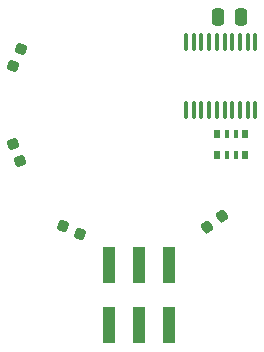
<source format=gbr>
G04 #@! TF.GenerationSoftware,KiCad,Pcbnew,9.0.2*
G04 #@! TF.CreationDate,2025-06-24T15:09:58-05:00*
G04 #@! TF.ProjectId,KokiriEmerald,4b6f6b69-7269-4456-9d65-72616c642e6b,rev?*
G04 #@! TF.SameCoordinates,Original*
G04 #@! TF.FileFunction,Paste,Bot*
G04 #@! TF.FilePolarity,Positive*
%FSLAX46Y46*%
G04 Gerber Fmt 4.6, Leading zero omitted, Abs format (unit mm)*
G04 Created by KiCad (PCBNEW 9.0.2) date 2025-06-24 15:09:58*
%MOMM*%
%LPD*%
G01*
G04 APERTURE LIST*
G04 Aperture macros list*
%AMRoundRect*
0 Rectangle with rounded corners*
0 $1 Rounding radius*
0 $2 $3 $4 $5 $6 $7 $8 $9 X,Y pos of 4 corners*
0 Add a 4 corners polygon primitive as box body*
4,1,4,$2,$3,$4,$5,$6,$7,$8,$9,$2,$3,0*
0 Add four circle primitives for the rounded corners*
1,1,$1+$1,$2,$3*
1,1,$1+$1,$4,$5*
1,1,$1+$1,$6,$7*
1,1,$1+$1,$8,$9*
0 Add four rect primitives between the rounded corners*
20,1,$1+$1,$2,$3,$4,$5,0*
20,1,$1+$1,$4,$5,$6,$7,0*
20,1,$1+$1,$6,$7,$8,$9,0*
20,1,$1+$1,$8,$9,$2,$3,0*%
G04 Aperture macros list end*
%ADD10R,1.000000X3.150000*%
%ADD11RoundRect,0.218750X0.139794X-0.306551X0.324689X0.089959X-0.139794X0.306551X-0.324689X-0.089959X0*%
%ADD12RoundRect,0.218750X0.032211X0.335378X-0.326168X0.084438X-0.032211X-0.335378X0.326168X-0.084438X0*%
%ADD13RoundRect,0.218750X0.306551X0.139794X-0.089959X0.324689X-0.306551X-0.139794X0.089959X-0.324689X0*%
%ADD14RoundRect,0.218750X0.315613X-0.117915X0.165979X0.293200X-0.315613X0.117915X-0.165979X-0.293200X0*%
%ADD15R,0.500000X0.800000*%
%ADD16R,0.400000X0.800000*%
%ADD17RoundRect,0.100000X-0.100000X0.637500X-0.100000X-0.637500X0.100000X-0.637500X0.100000X0.637500X0*%
%ADD18RoundRect,0.250000X-0.250000X-0.475000X0.250000X-0.475000X0.250000X0.475000X-0.250000X0.475000X0*%
G04 APERTURE END LIST*
D10*
X110660000Y-101150000D03*
X110660000Y-106200000D03*
X113200000Y-101150000D03*
X113200000Y-106200000D03*
X115740000Y-101150000D03*
X115740000Y-106200000D03*
D11*
X102542188Y-84288716D03*
X103207812Y-82861284D03*
D12*
X120270083Y-96973308D03*
X118979917Y-97876692D03*
D13*
X108213717Y-98482812D03*
X106786283Y-97817188D03*
D14*
X103144341Y-92315009D03*
X102605659Y-90834991D03*
D15*
X122250000Y-91800001D03*
D16*
X121449999Y-91799999D03*
X120650000Y-91800000D03*
D15*
X119850000Y-91799999D03*
X119850000Y-89999999D03*
D16*
X120650001Y-90000001D03*
X121450000Y-90000000D03*
D15*
X122250000Y-90000001D03*
D17*
X117225000Y-82275000D03*
X117875000Y-82275000D03*
X118525000Y-82275000D03*
X119175000Y-82275000D03*
X119825000Y-82275000D03*
X120475000Y-82275000D03*
X121125000Y-82275000D03*
X121775000Y-82275000D03*
X122425000Y-82275000D03*
X123075000Y-82275000D03*
X123075000Y-88000000D03*
X122425000Y-88000000D03*
X121775000Y-88000000D03*
X121125000Y-88000000D03*
X120475000Y-88000000D03*
X119825000Y-88000000D03*
X119175000Y-88000000D03*
X118525000Y-88000000D03*
X117875000Y-88000000D03*
X117225000Y-88000000D03*
D18*
X119950000Y-80100000D03*
X121850000Y-80100000D03*
M02*

</source>
